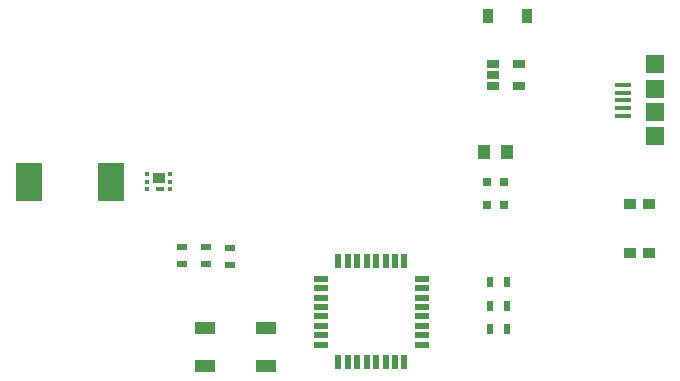
<source format=gbr>
G04 #@! TF.FileFunction,Paste,Top*
%FSLAX46Y46*%
G04 Gerber Fmt 4.6, Leading zero omitted, Abs format (unit mm)*
G04 Created by KiCad (PCBNEW 4.0.7-e2-6376~61~ubuntu18.04.1) date Sat Jul 21 17:42:36 2018*
%MOMM*%
%LPD*%
G01*
G04 APERTURE LIST*
%ADD10C,0.100000*%
%ADD11R,1.000000X1.250000*%
%ADD12R,0.800000X0.750000*%
%ADD13R,0.900000X1.200000*%
%ADD14R,2.250000X3.200000*%
%ADD15R,1.350000X0.450000*%
%ADD16R,1.550000X1.500000*%
%ADD17R,0.900000X0.500000*%
%ADD18R,0.500000X0.900000*%
%ADD19R,0.998220X0.899160*%
%ADD20R,1.270000X0.558800*%
%ADD21R,0.558800X1.270000*%
%ADD22R,1.651000X0.998220*%
%ADD23R,1.060000X0.650000*%
%ADD24R,0.450000X0.300000*%
%ADD25R,0.750000X0.300000*%
%ADD26R,1.000000X0.950000*%
G04 APERTURE END LIST*
D10*
G36*
X94049084Y-91245000D02*
X94950000Y-91245000D01*
X94950000Y-92105214D01*
X94049084Y-92105214D01*
X94049084Y-91245000D01*
G37*
G36*
X94244338Y-92500000D02*
X94945000Y-92500000D01*
X94945000Y-92802077D01*
X94244338Y-92802077D01*
X94244338Y-92500000D01*
G37*
D11*
X122000000Y-89500000D03*
X124000000Y-89500000D03*
D12*
X123750000Y-92000000D03*
X122250000Y-92000000D03*
X123750000Y-94000000D03*
X122250000Y-94000000D03*
D13*
X122350000Y-78000000D03*
X125650000Y-78000000D03*
D14*
X83550000Y-92000000D03*
X90450000Y-92000000D03*
D15*
X133825000Y-86400000D03*
X133825000Y-85750000D03*
X133825000Y-85100000D03*
X133825000Y-84450000D03*
X133825000Y-83800000D03*
D16*
X136500000Y-86100000D03*
X136500000Y-84100000D03*
X136500000Y-88150000D03*
X136500000Y-82050000D03*
D17*
X100500000Y-97571429D03*
X100500000Y-99071429D03*
X98500000Y-97500000D03*
X98500000Y-99000000D03*
X96500000Y-99000000D03*
X96500000Y-97500000D03*
D18*
X122500000Y-104500000D03*
X124000000Y-104500000D03*
X124000000Y-102500000D03*
X122500000Y-102500000D03*
X122500000Y-100500000D03*
X124000000Y-100500000D03*
D19*
X134404880Y-93900440D03*
X134404880Y-98000000D03*
X136000000Y-98000000D03*
X136000000Y-93900440D03*
D20*
X108207400Y-100200920D03*
X108207400Y-101001020D03*
X108207400Y-101801120D03*
X108207400Y-102601220D03*
X108207400Y-103398780D03*
X108207400Y-104198880D03*
X108207400Y-104998980D03*
X108207400Y-105799080D03*
D21*
X109700920Y-107292600D03*
X110501020Y-107292600D03*
X111301120Y-107292600D03*
X112101220Y-107292600D03*
X112898780Y-107292600D03*
X113698880Y-107292600D03*
X114498980Y-107292600D03*
X115299080Y-107292600D03*
D20*
X116792600Y-105799080D03*
X116792600Y-104998980D03*
X116792600Y-104198880D03*
X116792600Y-103398780D03*
X116792600Y-102601220D03*
X116792600Y-101801120D03*
X116792600Y-101001020D03*
X116792600Y-100200920D03*
D21*
X115299080Y-98707400D03*
X114498980Y-98707400D03*
X113698880Y-98707400D03*
X112898780Y-98707400D03*
X112101220Y-98707400D03*
X111301120Y-98707400D03*
X110501020Y-98707400D03*
X109700920Y-98707400D03*
D22*
X98424440Y-104402340D03*
X98424440Y-107597660D03*
X103575560Y-107597660D03*
X103575560Y-104402340D03*
D23*
X122800000Y-82000000D03*
X122800000Y-82950000D03*
X122800000Y-83900000D03*
X125000000Y-83900000D03*
X125000000Y-82000000D03*
D24*
X93525000Y-91350000D03*
X93525000Y-92000000D03*
X93525000Y-92650000D03*
X95475000Y-92650000D03*
X95475000Y-92000000D03*
X95475000Y-91350000D03*
D25*
X94595000Y-92650000D03*
D26*
X94500000Y-91675000D03*
X94500000Y-91675000D03*
M02*

</source>
